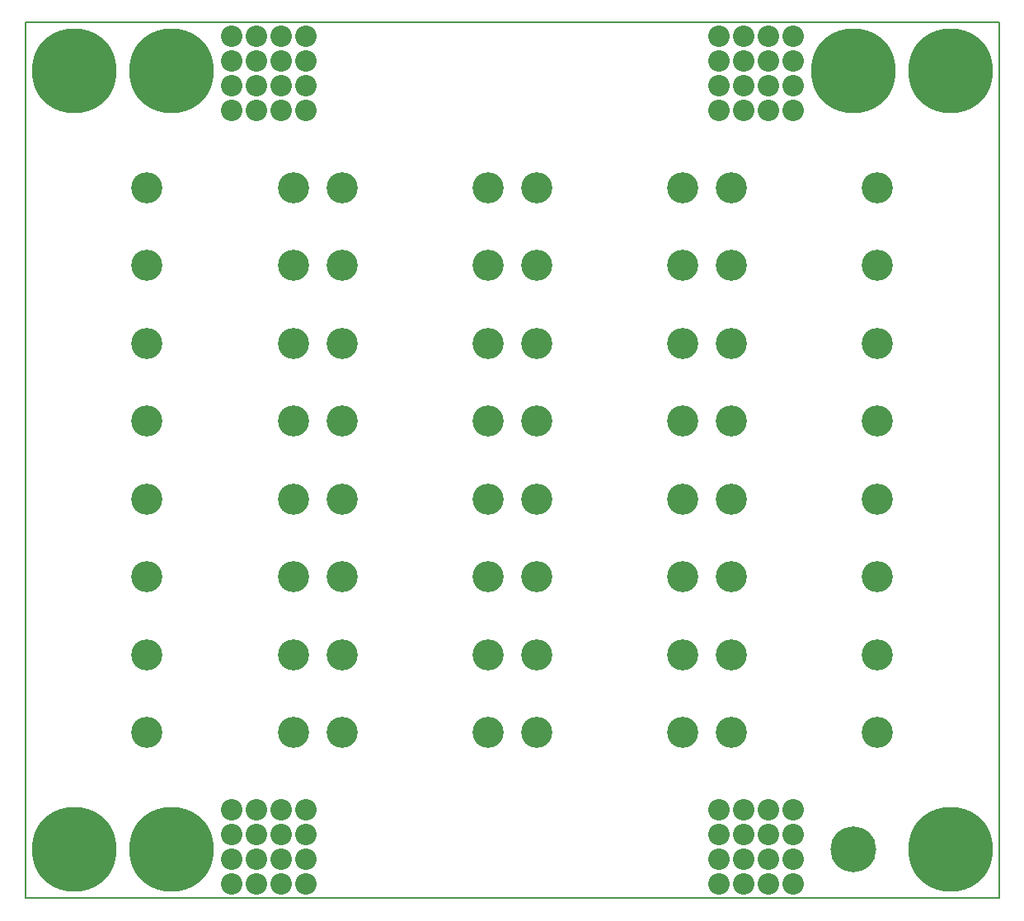
<source format=gts>
G04 Layer_Color=8388736*
%FSLAX25Y25*%
%MOIN*%
G70*
G01*
G75*
%ADD11C,0.00787*%
%ADD20C,0.12611*%
%ADD21C,0.08674*%
%ADD22C,0.18516*%
%ADD23C,0.34265*%
%ADD24C,0.04737*%
D11*
X0Y-177165D02*
X393701D01*
X0D02*
Y177165D01*
X393701Y-177165D02*
Y177165D01*
X0D02*
X393701D01*
D20*
X285433Y-110236D02*
D03*
X344488D02*
D03*
X206693D02*
D03*
X265748D02*
D03*
X127953D02*
D03*
X187008D02*
D03*
X49213D02*
D03*
X108268D02*
D03*
X285433Y-78740D02*
D03*
X344488D02*
D03*
X206693D02*
D03*
X265748D02*
D03*
X127953D02*
D03*
X187008D02*
D03*
X49213D02*
D03*
X108268D02*
D03*
X285433Y-47244D02*
D03*
X344488D02*
D03*
X206693D02*
D03*
X265748D02*
D03*
X127953D02*
D03*
X187008D02*
D03*
X49213D02*
D03*
X108268D02*
D03*
X285433Y-15748D02*
D03*
X344488D02*
D03*
X206693Y-15748D02*
D03*
X265748D02*
D03*
X127953D02*
D03*
X187008D02*
D03*
X49213Y-15748D02*
D03*
X108268D02*
D03*
X285433Y15748D02*
D03*
X344488D02*
D03*
X206693D02*
D03*
X265748D02*
D03*
X127953D02*
D03*
X187008D02*
D03*
X49213D02*
D03*
X108268D02*
D03*
X285433Y47244D02*
D03*
X344488D02*
D03*
X206693D02*
D03*
X265748D02*
D03*
X127953D02*
D03*
X187008D02*
D03*
X49213D02*
D03*
X108268D02*
D03*
X285433Y78740D02*
D03*
X344488D02*
D03*
X206693D02*
D03*
X265748D02*
D03*
X127953D02*
D03*
X187008D02*
D03*
X49213D02*
D03*
X108268D02*
D03*
X285433Y110236D02*
D03*
X344488D02*
D03*
X206693D02*
D03*
X265748D02*
D03*
X127953D02*
D03*
X187008D02*
D03*
X49213Y110236D02*
D03*
X108268D02*
D03*
D21*
X83425Y171496D02*
D03*
X103425D02*
D03*
X93425D02*
D03*
X113425Y161496D02*
D03*
Y171496D02*
D03*
Y151496D02*
D03*
X103425Y141496D02*
D03*
X113425D02*
D03*
X93425D02*
D03*
X83425D02*
D03*
Y151496D02*
D03*
Y161496D02*
D03*
X93425Y151496D02*
D03*
Y161496D02*
D03*
X103425Y151496D02*
D03*
Y161496D02*
D03*
X310276Y-171496D02*
D03*
X290276D02*
D03*
X300276D02*
D03*
X280276Y-161496D02*
D03*
Y-171496D02*
D03*
Y-151496D02*
D03*
X290276Y-141496D02*
D03*
X280276D02*
D03*
X300276D02*
D03*
X310276D02*
D03*
Y-151496D02*
D03*
Y-161496D02*
D03*
X300276Y-151496D02*
D03*
Y-161496D02*
D03*
X290276Y-151496D02*
D03*
Y-161496D02*
D03*
X280276Y171496D02*
D03*
X300276D02*
D03*
X290276D02*
D03*
X310276Y161496D02*
D03*
Y171496D02*
D03*
Y151496D02*
D03*
X300276Y141496D02*
D03*
X310276D02*
D03*
X290276D02*
D03*
X280276D02*
D03*
Y151496D02*
D03*
Y161496D02*
D03*
X290276Y151496D02*
D03*
Y161496D02*
D03*
X300276Y151496D02*
D03*
Y161496D02*
D03*
X113425Y-171496D02*
D03*
X93425D02*
D03*
X103425D02*
D03*
X83425Y-161496D02*
D03*
Y-171496D02*
D03*
Y-151496D02*
D03*
X93425Y-141496D02*
D03*
X83425D02*
D03*
X103425D02*
D03*
X113425D02*
D03*
Y-151496D02*
D03*
Y-161496D02*
D03*
X103425Y-151496D02*
D03*
Y-161496D02*
D03*
X93425Y-151496D02*
D03*
Y-161496D02*
D03*
D22*
X334646Y-157480D02*
D03*
D23*
X59055Y157480D02*
D03*
Y-157480D02*
D03*
X19685D02*
D03*
Y157480D02*
D03*
X334646D02*
D03*
X374016D02*
D03*
Y-157480D02*
D03*
D24*
X7752Y-150591D02*
D03*
X19685Y-143701D02*
D03*
X12795Y-145547D02*
D03*
X7752Y-164370D02*
D03*
X5906Y-157480D02*
D03*
X12795Y-169414D02*
D03*
X26575D02*
D03*
X19685Y-171260D02*
D03*
X31618Y-164370D02*
D03*
Y-150591D02*
D03*
X33465Y-157480D02*
D03*
X26575Y-145547D02*
D03*
X47122Y-150591D02*
D03*
X59055Y-143701D02*
D03*
X52165Y-145547D02*
D03*
X47122Y-164370D02*
D03*
X45276Y-157480D02*
D03*
X52165Y-169414D02*
D03*
X65945D02*
D03*
X59055Y-171260D02*
D03*
X70989Y-164370D02*
D03*
Y-150591D02*
D03*
X72835Y-157480D02*
D03*
X65945Y-145547D02*
D03*
X362082Y-150591D02*
D03*
X374016Y-143701D02*
D03*
X367126Y-145547D02*
D03*
X362082Y-164370D02*
D03*
X360236Y-157480D02*
D03*
X367126Y-169414D02*
D03*
X380906D02*
D03*
X374016Y-171260D02*
D03*
X385949Y-164370D02*
D03*
Y-150591D02*
D03*
X387795Y-157480D02*
D03*
X380906Y-145547D02*
D03*
X362082Y164370D02*
D03*
X374016Y171260D02*
D03*
X367126Y169414D02*
D03*
X362082Y150591D02*
D03*
X360236Y157480D02*
D03*
X367126Y145547D02*
D03*
X380906D02*
D03*
X374016Y143701D02*
D03*
X385949Y150591D02*
D03*
Y164370D02*
D03*
X387795Y157480D02*
D03*
X380906Y169414D02*
D03*
X322712Y164370D02*
D03*
X334646Y171260D02*
D03*
X327756Y169414D02*
D03*
X322712Y150591D02*
D03*
X320866Y157480D02*
D03*
X327756Y145547D02*
D03*
X341535D02*
D03*
X334646Y143701D02*
D03*
X346579Y150591D02*
D03*
Y164370D02*
D03*
X348425Y157480D02*
D03*
X341535Y169414D02*
D03*
X47122Y164370D02*
D03*
X59055Y171260D02*
D03*
X52165Y169414D02*
D03*
X47122Y150591D02*
D03*
X45276Y157480D02*
D03*
X52165Y145547D02*
D03*
X65945D02*
D03*
X59055Y143701D02*
D03*
X70989Y150591D02*
D03*
Y164370D02*
D03*
X72835Y157480D02*
D03*
X65945Y169414D02*
D03*
X7752Y164370D02*
D03*
X19685Y171260D02*
D03*
X12795Y169414D02*
D03*
X7752Y150591D02*
D03*
X5906Y157480D02*
D03*
X12795Y145547D02*
D03*
X26575D02*
D03*
X19685Y143701D02*
D03*
X31618Y150591D02*
D03*
Y164370D02*
D03*
X33465Y157480D02*
D03*
X26575Y169414D02*
D03*
M02*

</source>
